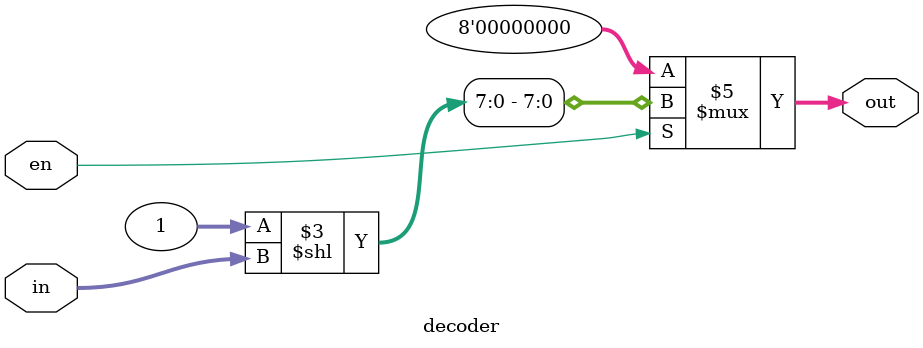
<source format=v>
module decoder #(
    parameter N = 3          // 输入位数（默认3-8译码器）
)(
    input wire [N-1:0] in,
    input wire         en,
    output reg [(1<<N)-1:0] out // 输出位数=2^N
);

always @(*) begin
    if (!en) begin
        out = 0;
    end else begin
        out = 1 << in;      // 位移实现独热码输出
    end
end

endmodule
</source>
